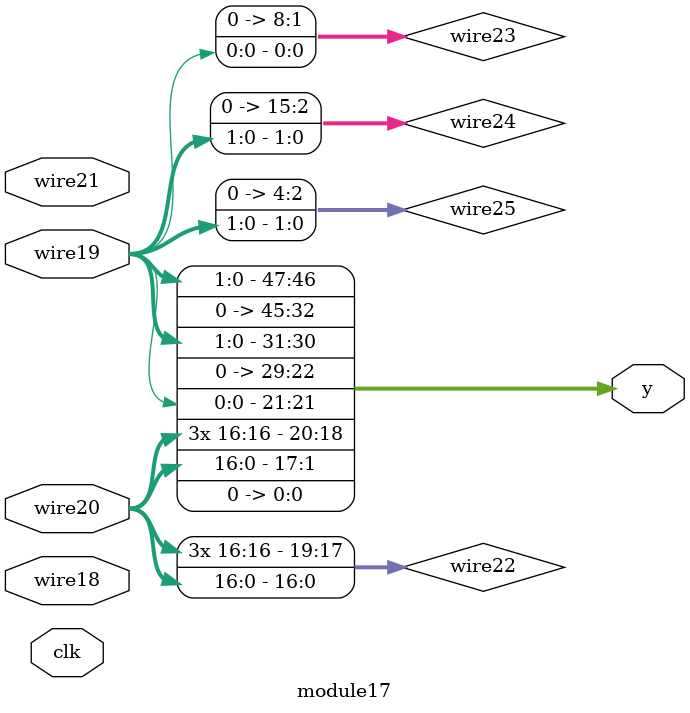
<source format=v>
module top  (y, clk, wire3, wire2, wire1, wire0);
  output wire [(32'h7d):(32'h0)] y;
  input wire [(1'h0):(1'h0)] clk;
  input wire signed [(4'hc):(1'h0)] wire3;
  input wire [(5'h15):(1'h0)] wire2;
  input wire signed [(4'hc):(1'h0)] wire1;
  input wire signed [(3'h7):(1'h0)] wire0;
  wire [(2'h3):(1'h0)] wire214;
  wire [(4'he):(1'h0)] wire212;
  wire signed [(5'h15):(1'h0)] wire5;
  wire [(4'hc):(1'h0)] wire4;
  reg signed [(4'hf):(1'h0)] reg6 = (1'h0);
  reg signed [(5'h13):(1'h0)] reg7 = (1'h0);
  reg [(4'hd):(1'h0)] reg8 = (1'h0);
  reg [(3'h6):(1'h0)] reg9 = (1'h0);
  reg [(5'h15):(1'h0)] reg10 = (1'h0);
  assign y = {wire214,
                 wire212,
                 wire5,
                 wire4,
                 reg6,
                 reg7,
                 reg8,
                 reg9,
                 reg10,
                 (1'h0)};
  assign wire4 = $signed((((~|(^~(8'hbb))) || ($unsigned(wire3) ~^ {(8'ha5)})) && wire0[(3'h5):(1'h0)]));
  assign wire5 = ((wire4[(3'h4):(2'h2)] ?
                         ((~&$signed(wire0)) ?
                             ({(8'ha7),
                                 wire1} >>> (^wire3)) : $unsigned((wire4 < wire3))) : $unsigned(($signed(wire1) ?
                             $signed(wire0) : {(8'hae)}))) ?
                     ({wire1} ?
                         (($unsigned((8'hae)) >= wire0) ?
                             $signed((wire2 ? wire0 : wire2)) : {wire3,
                                 $signed(wire3)}) : ({wire3[(3'h4):(1'h0)],
                             (&wire1)} < $signed($signed(wire2)))) : (-{({wire1} ?
                             $unsigned((8'ha0)) : $signed(wire4)),
                         ($signed(wire2) & $signed(wire1))}));
  always
    @(posedge clk) begin
      if (wire5[(4'hf):(3'h6)])
        begin
          reg6 <= wire2;
        end
      else
        begin
          if ({$unsigned((((wire2 ?
                  (8'ha2) : wire4) || wire3) > ($unsigned(reg6) < wire5)))})
            begin
              reg6 <= $unsigned((8'hb3));
              reg7 <= wire1;
              reg8 <= wire0;
              reg9 <= (wire3[(3'h5):(2'h2)] ?
                  (|$unsigned((-$signed(wire2)))) : (-wire4[(4'hb):(4'h8)]));
              reg10 <= wire5;
            end
          else
            begin
              reg6 <= (^(~$signed(reg7[(4'h8):(2'h3)])));
              reg7 <= ((^wire1[(2'h3):(2'h3)]) ?
                  $signed(reg6[(1'h0):(1'h0)]) : wire4[(4'ha):(1'h0)]);
              reg8 <= (~&$unsigned($signed(({reg8} ?
                  $signed(wire3) : $unsigned((8'ha0))))));
              reg9 <= (+((reg10[(3'h6):(2'h2)] || $signed($unsigned(wire4))) + (&$unsigned((^wire1)))));
            end
        end
    end
  module11 #() modinst213 (.wire12(wire5), .y(wire212), .wire14(reg8), .clk(clk), .wire13(wire2), .wire15(reg6));
  module111 #() modinst215 (.wire112(reg7), .wire115(reg8), .y(wire214), .clk(clk), .wire113(wire3), .wire114(wire5), .wire116(reg10));
endmodule

module module11
#(parameter param211 = {(-(^~(((7'h42) ? (8'ha2) : (8'hac)) ? ((8'hb1) ? (8'ha2) : (8'h9d)) : ((8'hbe) ? (7'h41) : (8'ha9)))))})
(y, clk, wire15, wire14, wire13, wire12);
  output wire [(32'h1ad):(32'h0)] y;
  input wire [(1'h0):(1'h0)] clk;
  input wire signed [(4'hf):(1'h0)] wire15;
  input wire [(4'hd):(1'h0)] wire14;
  input wire [(5'h15):(1'h0)] wire13;
  input wire [(5'h15):(1'h0)] wire12;
  wire [(5'h11):(1'h0)] wire209;
  wire signed [(4'h8):(1'h0)] wire157;
  wire signed [(4'h8):(1'h0)] wire110;
  wire signed [(5'h14):(1'h0)] wire109;
  wire [(5'h15):(1'h0)] wire108;
  wire [(3'h4):(1'h0)] wire107;
  wire signed [(5'h13):(1'h0)] wire106;
  wire signed [(5'h15):(1'h0)] wire104;
  wire signed [(5'h10):(1'h0)] wire40;
  wire [(4'hc):(1'h0)] wire30;
  wire signed [(4'hd):(1'h0)] wire28;
  wire [(5'h10):(1'h0)] wire16;
  wire [(5'h14):(1'h0)] wire159;
  wire signed [(5'h10):(1'h0)] wire160;
  wire signed [(3'h5):(1'h0)] wire204;
  wire [(3'h6):(1'h0)] wire206;
  wire signed [(4'hd):(1'h0)] wire207;
  reg signed [(5'h14):(1'h0)] reg173 = (1'h0);
  reg [(4'hd):(1'h0)] reg172 = (1'h0);
  reg [(2'h3):(1'h0)] reg171 = (1'h0);
  reg signed [(5'h13):(1'h0)] reg170 = (1'h0);
  reg signed [(5'h13):(1'h0)] reg169 = (1'h0);
  reg signed [(5'h10):(1'h0)] reg168 = (1'h0);
  reg [(5'h15):(1'h0)] reg167 = (1'h0);
  reg signed [(4'hf):(1'h0)] reg166 = (1'h0);
  reg [(4'ha):(1'h0)] reg165 = (1'h0);
  reg signed [(5'h15):(1'h0)] reg164 = (1'h0);
  reg [(4'hd):(1'h0)] reg163 = (1'h0);
  reg [(4'hd):(1'h0)] reg162 = (1'h0);
  reg signed [(4'ha):(1'h0)] reg161 = (1'h0);
  assign y = {wire209,
                 wire157,
                 wire110,
                 wire109,
                 wire108,
                 wire107,
                 wire106,
                 wire104,
                 wire40,
                 wire30,
                 wire28,
                 wire16,
                 wire159,
                 wire160,
                 wire204,
                 wire206,
                 wire207,
                 reg173,
                 reg172,
                 reg171,
                 reg170,
                 reg169,
                 reg168,
                 reg167,
                 reg166,
                 reg165,
                 reg164,
                 reg163,
                 reg162,
                 reg161,
                 (1'h0)};
  assign wire16 = {wire12,
                      (wire13[(4'hd):(4'hb)] ?
                          ($signed(wire14[(2'h3):(1'h0)]) > $unsigned((wire15 + wire14))) : wire13)};
  module17 #() modinst29 (.wire19(wire14), .clk(clk), .wire20(wire16), .wire18(wire12), .wire21(wire15), .y(wire28));
  assign wire30 = ($signed($unsigned(wire16[(4'hd):(1'h0)])) >> $signed({wire13[(1'h1):(1'h0)],
                      $unsigned((&wire16))}));
  module31 #() modinst41 (.y(wire40), .wire35(wire14), .clk(clk), .wire33(wire12), .wire34(wire28), .wire32(wire13));
  module42 #() modinst105 (.wire46(wire16), .wire43(wire14), .wire44(wire30), .wire45(wire15), .y(wire104), .clk(clk));
  assign wire106 = ((wire104 ?
                       $unsigned(wire104[(3'h5):(3'h4)]) : $signed((+$signed((7'h44))))) && {({((7'h42) ?
                               wire104 : wire30),
                           $signed(wire16)} || ({(7'h43), wire15} ?
                           {wire40, wire40} : (wire104 & wire104)))});
  assign wire107 = $signed((((((8'had) ?
                               wire106 : wire28) <= ((8'h9f) * wire12)) ?
                           ($unsigned(wire16) <= $unsigned(wire28)) : ({wire14} > (8'ha7))) ?
                       wire16[(4'hd):(3'h4)] : wire13));
  assign wire108 = wire106[(5'h13):(4'ha)];
  assign wire109 = $unsigned({({wire28, wire14[(3'h7):(1'h0)]} ?
                           {(wire28 | wire13),
                               $signed(wire30)} : $signed(wire14[(2'h2):(2'h2)]))});
  assign wire110 = ($unsigned(wire28[(3'h7):(3'h4)]) < (-{$unsigned((wire106 ?
                           (8'hbd) : wire104))}));
  module111 #() modinst158 (wire157, clk, wire108, wire14, wire104, wire110, wire30);
  assign wire159 = $signed(((8'hac) ?
                       (^~(wire110 * (wire104 & (8'hb0)))) : ((8'hb6) ?
                           ($signed(wire28) ^~ wire15[(1'h1):(1'h0)]) : $signed((wire13 ?
                               (8'ha2) : wire104)))));
  assign wire160 = ($signed(($signed((~^wire104)) ?
                           {{wire106}, (wire30 >> wire107)} : (^~(wire14 ?
                               wire15 : wire159)))) ?
                       $unsigned(wire104) : wire16[(1'h0):(1'h0)]);
  always
    @(posedge clk) begin
      if (wire104)
        begin
          if (wire159)
            begin
              reg161 <= $unsigned((^~$unsigned((-$signed(wire109)))));
              reg162 <= {$unsigned((+$unsigned((~^wire106)))), wire14};
            end
          else
            begin
              reg161 <= $unsigned(wire110[(3'h6):(1'h0)]);
              reg162 <= $unsigned((($unsigned($signed((7'h42))) * (reg161 ?
                      (~^wire15) : (&wire15))) ?
                  ($unsigned((wire106 ? wire157 : wire15)) ?
                      $signed(wire12) : $unsigned((wire108 ?
                          wire107 : wire159))) : wire30));
              reg163 <= wire159;
            end
          reg164 <= reg161[(3'h7):(1'h1)];
          reg165 <= $unsigned($unsigned($unsigned(($unsigned(reg164) >> $unsigned(wire107)))));
          reg166 <= (wire12[(5'h11):(3'h4)] ?
              (wire108 ?
                  ((wire108 && wire16) ?
                      wire15[(3'h4):(1'h0)] : $unsigned((wire13 >>> wire159))) : reg164) : (((!$signed(reg163)) | {{wire14},
                      ((8'ha9) + (7'h43))}) ?
                  $unsigned({(&(8'hb6)), (-wire13)}) : $signed(reg161)));
        end
      else
        begin
          reg161 <= wire107[(2'h3):(2'h2)];
          reg162 <= $unsigned((8'hb4));
          reg163 <= wire14[(3'h5):(2'h2)];
          if ($signed(reg166[(2'h3):(2'h2)]))
            begin
              reg164 <= reg164[(3'h4):(3'h4)];
              reg165 <= wire157;
            end
          else
            begin
              reg164 <= (wire157[(3'h5):(2'h2)] ~^ {(reg165 ?
                      wire104[(3'h7):(3'h7)] : $unsigned(wire13)),
                  $signed(($unsigned((8'hbf)) ?
                      wire16[(3'h4):(3'h4)] : reg164))});
              reg165 <= (|{reg162, $unsigned({(wire15 ? (8'ha8) : reg161)})});
              reg166 <= {(^({(!(8'hb3)), ((8'had) * wire159)} ?
                      $signed((~^reg161)) : (reg163[(3'h4):(2'h3)] <= (+wire15)))),
                  reg161};
              reg167 <= (($unsigned({reg163}) ?
                  reg161[(1'h1):(1'h0)] : (&(wire104 <= {(8'hb8),
                      reg162}))) + $signed((~($unsigned((8'h9e)) ^~ wire108[(3'h7):(1'h0)]))));
            end
        end
      reg168 <= wire157;
      if ((wire14[(4'hc):(4'hc)] >> wire107))
        begin
          if (((({wire104, $signed(wire12)} ?
                  ((wire15 ? (8'hb3) : wire30) ?
                      wire108[(4'ha):(3'h7)] : (~wire157)) : ($signed(reg164) ?
                      (8'hae) : $unsigned(reg167))) ?
              (|(!(wire160 ? (8'ha2) : wire14))) : ({(~|wire28),
                  (^wire30)} == {(~&wire160),
                  wire159})) ~^ $signed($unsigned((&$signed(wire107))))))
            begin
              reg169 <= ((((wire40 ^ $unsigned(reg168)) * $signed($signed(wire16))) << $unsigned((~&$unsigned(wire110)))) != {(!reg162)});
            end
          else
            begin
              reg169 <= (((^(+$signed(wire104))) - {((reg163 >>> (8'hab)) == (^~wire108)),
                      {(-wire28), (&wire40)}}) ?
                  reg164 : $unsigned($unsigned($signed((~|wire13)))));
              reg170 <= (!{(~^{(&wire12)})});
            end
          reg171 <= wire104;
          reg172 <= ((wire106 <<< (~^{(wire157 ?
                  wire109 : wire13)})) + (!wire13));
          reg173 <= {(&$unsigned($unsigned(reg169))), (^~$unsigned(reg163))};
        end
      else
        begin
          reg169 <= (!((wire30 ? wire110 : $unsigned((8'ha5))) ?
              ((wire40[(4'he):(4'hc)] ?
                  wire30 : $signed(reg161)) | $unsigned($signed((8'ha5)))) : reg167[(3'h7):(2'h2)]));
          reg170 <= (^~{(^((^~(8'hbe)) ?
                  (reg169 ? wire14 : (7'h42)) : (^wire12))),
              (~((reg163 ? wire109 : (7'h44)) ?
                  {wire40, (8'ha6)} : reg162[(2'h3):(2'h2)]))});
          reg171 <= wire104[(4'h9):(3'h6)];
          reg172 <= reg171[(1'h1):(1'h0)];
          reg173 <= (((~reg163[(4'ha):(4'h9)]) ?
              $unsigned($signed(wire109[(3'h5):(3'h5)])) : (reg163 || $signed(reg164[(3'h5):(2'h2)]))) == wire110[(3'h5):(3'h5)]);
        end
    end
  module174 #() modinst205 (wire204, clk, reg170, wire159, wire15, reg165, reg169);
  assign wire206 = wire204;
  module42 #() modinst208 (.y(wire207), .wire44(wire108), .clk(clk), .wire43(wire204), .wire45(wire30), .wire46(reg170));
  module31 #() modinst210 (.y(wire209), .wire34(reg162), .wire35(wire13), .wire33(reg164), .clk(clk), .wire32(wire28));
endmodule

module module174
#(parameter param203 = ((|{(^((8'hba) ~^ (8'ha6)))}) ~^ (((8'hb9) != ((~^(8'ha2)) ? {(8'hb7), (8'hb1)} : ((8'hab) ? (7'h44) : (7'h41)))) ? ((-(|(8'hb5))) != ((8'ha5) ? {(8'ha1), (8'hb0)} : ((8'hae) ? (8'ha7) : (8'h9d)))) : {(((8'ha5) != (7'h44)) ~^ (&(8'h9d)))})))
(y, clk, wire179, wire178, wire177, wire176, wire175);
  output wire [(32'hda):(32'h0)] y;
  input wire [(1'h0):(1'h0)] clk;
  input wire signed [(5'h13):(1'h0)] wire179;
  input wire signed [(5'h14):(1'h0)] wire178;
  input wire [(4'hf):(1'h0)] wire177;
  input wire [(4'ha):(1'h0)] wire176;
  input wire [(3'h5):(1'h0)] wire175;
  wire signed [(3'h7):(1'h0)] wire202;
  wire [(4'hf):(1'h0)] wire201;
  wire signed [(2'h2):(1'h0)] wire200;
  wire [(4'hd):(1'h0)] wire199;
  wire signed [(3'h6):(1'h0)] wire198;
  wire [(2'h2):(1'h0)] wire181;
  wire [(5'h15):(1'h0)] wire180;
  reg [(4'h8):(1'h0)] reg197 = (1'h0);
  reg signed [(4'hc):(1'h0)] reg196 = (1'h0);
  reg [(5'h10):(1'h0)] reg195 = (1'h0);
  reg signed [(4'hc):(1'h0)] reg194 = (1'h0);
  reg [(4'h9):(1'h0)] reg193 = (1'h0);
  reg signed [(2'h2):(1'h0)] reg192 = (1'h0);
  reg signed [(3'h4):(1'h0)] reg191 = (1'h0);
  reg signed [(4'hf):(1'h0)] reg190 = (1'h0);
  reg signed [(4'hc):(1'h0)] reg189 = (1'h0);
  reg [(4'h9):(1'h0)] reg188 = (1'h0);
  reg signed [(3'h5):(1'h0)] reg187 = (1'h0);
  reg signed [(4'h8):(1'h0)] reg186 = (1'h0);
  reg [(3'h5):(1'h0)] reg185 = (1'h0);
  reg signed [(4'h8):(1'h0)] reg184 = (1'h0);
  reg [(5'h12):(1'h0)] reg183 = (1'h0);
  reg [(4'h8):(1'h0)] reg182 = (1'h0);
  assign y = {wire202,
                 wire201,
                 wire200,
                 wire199,
                 wire198,
                 wire181,
                 wire180,
                 reg197,
                 reg196,
                 reg195,
                 reg194,
                 reg193,
                 reg192,
                 reg191,
                 reg190,
                 reg189,
                 reg188,
                 reg187,
                 reg186,
                 reg185,
                 reg184,
                 reg183,
                 reg182,
                 (1'h0)};
  assign wire180 = wire176[(3'h6):(1'h0)];
  assign wire181 = {$unsigned((&($unsigned(wire177) << (7'h44))))};
  always
    @(posedge clk) begin
      if ((^(({{wire176}} * wire177) + wire177)))
        begin
          if (wire176)
            begin
              reg182 <= ($signed(((|(~^wire176)) * (^$unsigned(wire179)))) ^~ wire180[(4'hd):(3'h7)]);
              reg183 <= (!{((~|(8'ha3)) > {{(7'h41), wire176}})});
              reg184 <= wire176;
            end
          else
            begin
              reg182 <= wire175[(3'h5):(2'h3)];
              reg183 <= wire180;
              reg184 <= $unsigned(wire179);
            end
          if ((8'h9e))
            begin
              reg185 <= ((^~wire178[(2'h2):(1'h0)]) ?
                  (($signed({reg183}) >>> (wire178 ?
                          reg184 : $signed(wire177))) ?
                      ($signed((^~reg182)) ?
                          ((+wire176) == (wire179 ?
                              reg182 : wire178)) : $signed(wire181[(1'h0):(1'h0)])) : ($signed($unsigned(wire181)) ?
                          $unsigned(((8'hbf) >= (8'hb7))) : {(wire180 >> wire177)})) : wire177[(1'h1):(1'h1)]);
              reg186 <= $unsigned(wire175[(2'h3):(2'h3)]);
              reg187 <= ($unsigned($signed((8'hbf))) ?
                  ((!$signed(((8'hb3) ? wire178 : wire176))) ?
                      ((~&$unsigned(reg186)) ?
                          ((~|(8'ha4)) ^~ $unsigned(wire180)) : (!wire179[(2'h2):(1'h0)])) : {(reg184 < (~^reg186)),
                          (^~reg182)}) : $signed((-((wire179 ?
                      wire180 : wire180) >> (~|(8'ha0))))));
            end
          else
            begin
              reg185 <= $signed((~&{$unsigned(reg184)}));
              reg186 <= wire181;
            end
          reg188 <= ($signed((reg184 != wire178)) ? wire178 : (8'h9e));
          reg189 <= {(|$signed(((wire175 + (7'h43)) ?
                  (~^reg185) : (wire175 | reg182))))};
        end
      else
        begin
          reg182 <= (({((|reg184) ? {wire180, reg182} : $signed(wire180))} ?
                  (wire177[(3'h6):(3'h4)] * $signed(reg188[(1'h1):(1'h1)])) : ((reg189 - (8'hab)) ?
                      (^(~^reg184)) : $signed((wire181 ? wire175 : reg187)))) ?
              {wire180[(5'h10):(4'ha)]} : $unsigned($unsigned((wire178 >= $signed(wire179)))));
          reg183 <= reg184[(1'h0):(1'h0)];
          if ($signed((-(((~|reg183) <<< (reg187 || wire177)) ?
              wire175 : (-(wire178 ? wire179 : (8'hb2)))))))
            begin
              reg184 <= (reg182 ?
                  $unsigned($unsigned(wire178)) : {$unsigned(reg186[(3'h4):(1'h0)])});
              reg185 <= (~($unsigned((&{reg184})) ^ wire175[(3'h4):(1'h0)]));
              reg186 <= wire176;
              reg187 <= $unsigned($unsigned(wire179[(4'h8):(3'h7)]));
            end
          else
            begin
              reg184 <= (~((~^(reg182 ?
                      wire177 : (wire176 ? (8'ha9) : wire179))) ?
                  {((reg182 || wire180) >> (wire177 ?
                          reg184 : wire179))} : $unsigned(wire176[(3'h6):(1'h1)])));
              reg185 <= $unsigned($unsigned((((reg183 << reg188) ?
                      $signed(wire181) : reg185[(2'h3):(1'h1)]) ?
                  (&wire175[(3'h4):(1'h1)]) : $signed((reg187 && reg185)))));
              reg186 <= (~|$signed($signed(reg185[(2'h2):(2'h2)])));
              reg187 <= wire181;
              reg188 <= reg183;
            end
        end
      reg190 <= (|((reg189 ?
          ($signed(reg182) >>> $unsigned(reg187)) : (reg182[(1'h1):(1'h0)] ?
              (~|wire177) : $signed((8'hb8)))) + $unsigned((-wire178))));
      reg191 <= {wire176[(1'h1):(1'h1)], reg184[(1'h0):(1'h0)]};
      if (wire179)
        begin
          reg192 <= $unsigned((~&$signed((reg183 >> (wire177 ?
              (8'hbc) : wire175)))));
          reg193 <= (8'ha9);
          reg194 <= reg190[(4'h9):(4'h8)];
          reg195 <= (^~$signed((reg184[(1'h1):(1'h1)] ?
              ((^~reg187) - reg193) : $unsigned(wire181[(2'h2):(1'h0)]))));
          reg196 <= (reg184[(1'h0):(1'h0)] >>> ($unsigned(($signed(reg186) ?
              reg194 : (~reg187))) <<< (|(|wire176[(4'h9):(4'h8)]))));
        end
      else
        begin
          reg192 <= (reg194 ?
              $unsigned(($unsigned($unsigned(wire178)) <= reg185)) : (&$unsigned({{wire175}})));
          reg193 <= $signed((reg191[(1'h0):(1'h0)] ^ $unsigned(reg192)));
          reg194 <= {(-({$unsigned(reg187), (reg184 ? reg193 : reg187)} ?
                  ((&reg182) * reg194[(4'h9):(1'h1)]) : (~&(8'ha9)))),
              (|$unsigned(($unsigned(wire179) < wire177[(4'h8):(1'h0)])))};
        end
      reg197 <= wire176;
    end
  assign wire198 = {({reg197[(3'h7):(3'h4)]} & reg192[(1'h0):(1'h0)])};
  assign wire199 = $signed((~|{(+((7'h44) ^~ wire175)), reg190}));
  assign wire200 = wire178[(3'h7):(3'h6)];
  assign wire201 = reg193[(3'h5):(2'h3)];
  assign wire202 = $signed(((($unsigned(reg191) ?
                           wire200 : $unsigned((8'hbf))) != (((8'hbc) > wire176) >= ((8'hab) ^ reg185))) ?
                       wire176[(4'h8):(3'h6)] : (~|((wire201 ?
                               reg185 : (8'ha2)) ?
                           (^~reg188) : {(8'hb6)}))));
endmodule

module module111
#(parameter param156 = {(~^((((8'hae) >>> (8'hbd)) ~^ ((8'haa) ? (8'ha0) : (8'hbe))) <<< {(-(8'h9c)), {(8'ha7), (7'h44)}}))})
(y, clk, wire116, wire115, wire114, wire113, wire112);
  output wire [(32'h158):(32'h0)] y;
  input wire [(1'h0):(1'h0)] clk;
  input wire [(3'h4):(1'h0)] wire116;
  input wire signed [(4'hd):(1'h0)] wire115;
  input wire signed [(3'h7):(1'h0)] wire114;
  input wire signed [(2'h2):(1'h0)] wire113;
  input wire signed [(4'ha):(1'h0)] wire112;
  wire [(3'h5):(1'h0)] wire141;
  wire signed [(5'h14):(1'h0)] wire140;
  wire signed [(5'h10):(1'h0)] wire139;
  wire [(4'hc):(1'h0)] wire138;
  wire signed [(5'h10):(1'h0)] wire137;
  wire [(4'he):(1'h0)] wire136;
  wire signed [(4'ha):(1'h0)] wire133;
  wire signed [(2'h2):(1'h0)] wire132;
  wire [(4'ha):(1'h0)] wire128;
  wire [(5'h11):(1'h0)] wire127;
  wire [(2'h2):(1'h0)] wire126;
  wire [(4'hf):(1'h0)] wire125;
  wire [(3'h7):(1'h0)] wire124;
  wire signed [(3'h5):(1'h0)] wire123;
  wire signed [(3'h5):(1'h0)] wire119;
  wire signed [(4'hb):(1'h0)] wire118;
  wire signed [(3'h4):(1'h0)] wire117;
  reg signed [(3'h5):(1'h0)] reg155 = (1'h0);
  reg [(4'hc):(1'h0)] reg154 = (1'h0);
  reg [(4'h9):(1'h0)] reg153 = (1'h0);
  reg signed [(4'he):(1'h0)] reg152 = (1'h0);
  reg [(4'hb):(1'h0)] reg151 = (1'h0);
  reg [(3'h5):(1'h0)] reg150 = (1'h0);
  reg signed [(3'h4):(1'h0)] reg149 = (1'h0);
  reg [(3'h7):(1'h0)] reg148 = (1'h0);
  reg [(3'h5):(1'h0)] reg147 = (1'h0);
  reg signed [(3'h6):(1'h0)] reg146 = (1'h0);
  reg signed [(4'hf):(1'h0)] reg145 = (1'h0);
  reg [(5'h10):(1'h0)] reg144 = (1'h0);
  reg [(3'h5):(1'h0)] reg143 = (1'h0);
  reg signed [(3'h7):(1'h0)] reg142 = (1'h0);
  reg signed [(4'hc):(1'h0)] reg135 = (1'h0);
  reg signed [(4'hb):(1'h0)] reg134 = (1'h0);
  reg [(3'h5):(1'h0)] reg131 = (1'h0);
  reg [(3'h7):(1'h0)] reg130 = (1'h0);
  reg [(3'h7):(1'h0)] reg129 = (1'h0);
  reg signed [(2'h3):(1'h0)] reg122 = (1'h0);
  reg [(3'h4):(1'h0)] reg121 = (1'h0);
  reg [(2'h2):(1'h0)] reg120 = (1'h0);
  assign y = {wire141,
                 wire140,
                 wire139,
                 wire138,
                 wire137,
                 wire136,
                 wire133,
                 wire132,
                 wire128,
                 wire127,
                 wire126,
                 wire125,
                 wire124,
                 wire123,
                 wire119,
                 wire118,
                 wire117,
                 reg155,
                 reg154,
                 reg153,
                 reg152,
                 reg151,
                 reg150,
                 reg149,
                 reg148,
                 reg147,
                 reg146,
                 reg145,
                 reg144,
                 reg143,
                 reg142,
                 reg135,
                 reg134,
                 reg131,
                 reg130,
                 reg129,
                 reg122,
                 reg121,
                 reg120,
                 (1'h0)};
  assign wire117 = ({$unsigned($signed($unsigned(wire114)))} || ($unsigned($signed(wire113)) ?
                       (^~$signed((wire113 ~^ (8'hac)))) : (8'hbc)));
  assign wire118 = wire117;
  assign wire119 = wire117[(2'h3):(1'h0)];
  always
    @(posedge clk) begin
      if ($unsigned({wire115[(4'hb):(3'h4)], $signed((^~{wire112, wire119}))}))
        begin
          reg120 <= wire115;
          reg121 <= (~&wire114[(3'h7):(1'h0)]);
        end
      else
        begin
          reg120 <= wire113[(2'h2):(1'h0)];
          reg121 <= wire117[(1'h1):(1'h1)];
          reg122 <= $unsigned($signed((-($signed(wire112) ?
              $signed(wire118) : reg120[(2'h2):(2'h2)]))));
        end
    end
  assign wire123 = $unsigned({$unsigned((~&$unsigned(wire116))),
                       $signed((+$signed(wire119)))});
  assign wire124 = (|reg122[(1'h0):(1'h0)]);
  assign wire125 = {$signed((($signed(wire116) | (^~(8'hb0))) ?
                           ($unsigned(reg121) ^~ (wire123 ?
                               (8'hb2) : reg122)) : $unsigned((wire119 ?
                               (8'hae) : reg122)))),
                       wire113[(1'h0):(1'h0)]};
  assign wire126 = $signed({((wire113 ?
                           (8'h9c) : (wire124 ?
                               (8'hab) : wire114)) != {(wire115 ?
                               reg120 : reg122)})});
  assign wire127 = {(&(^wire113))};
  assign wire128 = wire123[(1'h0):(1'h0)];
  always
    @(posedge clk) begin
      reg129 <= (-(&$signed(($signed(reg120) ?
          (~wire124) : ((8'hbb) - (8'ha2))))));
      reg130 <= (-((&((~reg129) ^ (wire116 != (8'had)))) & (8'h9c)));
      reg131 <= {$unsigned(wire113[(1'h1):(1'h0)])};
    end
  assign wire132 = ((($signed($signed((8'hbf))) ^ reg122[(2'h2):(1'h0)]) & {(wire119[(2'h3):(2'h3)] != ((7'h43) ?
                               reg121 : wire124))}) ?
                       (wire118 ?
                           (wire116 < (+wire118)) : ($unsigned((&(8'hbe))) ?
                               wire117 : reg121)) : {{((reg120 ?
                                       wire127 : (8'hbf)) ?
                                   (&reg122) : (reg129 > wire115))},
                           (8'hb9)});
  assign wire133 = (wire118 ?
                       (wire112 ?
                           (~^((~reg131) != (reg120 ?
                               wire119 : wire119))) : reg130) : $signed((+(^$signed(reg120)))));
  always
    @(posedge clk) begin
      reg134 <= $signed((8'hbc));
      reg135 <= reg130;
    end
  assign wire136 = (wire118[(4'hb):(4'hb)] >> $signed((wire128[(4'h9):(3'h6)] ?
                       ($signed(wire117) ?
                           {wire132, wire114} : {wire119,
                               reg134}) : $signed($unsigned((7'h42))))));
  assign wire137 = (~^$unsigned((wire115 << $unsigned(reg121))));
  assign wire138 = {((+((wire113 <= wire133) || (8'ha1))) ?
                           (~&(reg134[(4'hb):(3'h6)] + (wire117 != wire113))) : {($unsigned(wire125) <<< (wire115 >> reg122))}),
                       (~^($signed(wire133) ^ ($unsigned(wire117) && wire136)))};
  assign wire139 = ((($signed(((8'hab) ?
                           reg122 : wire113)) << $unsigned(wire116[(2'h2):(2'h2)])) ?
                       reg129[(3'h5):(2'h2)] : wire116[(1'h0):(1'h0)]) <<< wire133[(3'h5):(1'h1)]);
  assign wire140 = $signed((wire138[(4'h8):(3'h6)] || wire116));
  assign wire141 = $unsigned(wire136);
  always
    @(posedge clk) begin
      if ($unsigned($signed((~|(~^(-wire138))))))
        begin
          reg142 <= ((($unsigned($signed(reg120)) ?
                      ($unsigned(reg121) == $unsigned(wire139)) : wire136) ?
                  $unsigned((^reg129)) : (wire113[(1'h0):(1'h0)] ~^ ($signed(wire128) - wire118[(1'h1):(1'h0)]))) ?
              ((wire123[(2'h3):(2'h3)] ?
                      $unsigned((wire140 == wire113)) : wire139[(4'h8):(3'h6)]) ?
                  $signed($signed($unsigned(wire126))) : wire112) : {((wire138 ?
                          (wire125 ? reg121 : wire132) : (reg129 & wire113)) ?
                      {(^~reg134)} : wire119),
                  wire126[(1'h1):(1'h1)]});
          reg143 <= wire139[(2'h3):(2'h3)];
          reg144 <= ((reg135[(1'h1):(1'h1)] ?
                  $signed($signed(wire127[(4'hf):(1'h0)])) : wire133[(2'h3):(1'h0)]) ?
              (+(8'h9e)) : (~&wire136));
          if ((wire113[(2'h2):(1'h1)] ?
              ((+$signed((8'hb7))) ? reg143 : wire140) : {$unsigned({(+wire126),
                      $unsigned((8'hb8))})}))
            begin
              reg145 <= {{$unsigned($unsigned(wire133[(4'h9):(1'h1)])),
                      (~^$unsigned((wire118 ? reg144 : reg130)))},
                  ((wire125[(4'h9):(3'h5)] | (^$unsigned(wire132))) ^~ $unsigned($unsigned((8'hae))))};
              reg146 <= (($unsigned($unsigned((-reg134))) || wire125) ?
                  {$unsigned($signed((7'h44)))} : (((|(reg134 >= wire140)) ?
                      $signed(((8'hae) | wire125)) : $signed(((8'hb1) ?
                          wire140 : wire113))) == wire116));
              reg147 <= wire119;
              reg148 <= reg120[(2'h2):(1'h0)];
              reg149 <= $signed($unsigned($signed($unsigned(reg129))));
            end
          else
            begin
              reg145 <= (wire113[(1'h1):(1'h0)] ?
                  reg134[(3'h6):(1'h1)] : $unsigned(reg122));
              reg146 <= $unsigned((+$signed(reg134[(2'h2):(1'h1)])));
              reg147 <= (^{(wire117[(2'h3):(1'h0)] >>> (wire126[(1'h0):(1'h0)] && reg120))});
            end
          reg150 <= (wire116[(1'h0):(1'h0)] ?
              $signed($signed({wire125})) : reg149);
        end
      else
        begin
          if ({reg130})
            begin
              reg142 <= $unsigned(reg147);
              reg143 <= (8'ha8);
              reg144 <= $unsigned((~^wire119));
            end
          else
            begin
              reg142 <= $signed((!reg146[(2'h3):(2'h3)]));
              reg143 <= (~$unsigned((wire140[(3'h7):(2'h3)] ?
                  (8'haf) : (wire137[(3'h7):(1'h0)] ? {reg146} : reg131))));
              reg144 <= $signed(reg122);
            end
          reg145 <= (((~&(~$signed(reg149))) << $signed(($signed(reg146) ?
              (reg134 && (8'hac)) : wire141))) && wire119);
          reg146 <= $signed(($signed((8'h9d)) ?
              ($unsigned($unsigned(wire128)) ?
                  (reg145[(4'hc):(4'ha)] && (reg149 ?
                      reg147 : wire112)) : (8'h9f)) : wire133[(3'h6):(3'h4)]));
          if (wire118[(4'h9):(2'h2)])
            begin
              reg147 <= reg144[(4'h9):(3'h7)];
            end
          else
            begin
              reg147 <= $signed(reg131[(2'h3):(2'h2)]);
              reg148 <= $signed(reg122[(1'h1):(1'h0)]);
              reg149 <= ($unsigned(wire139[(4'ha):(3'h6)]) ?
                  $unsigned($unsigned(({reg145,
                      reg148} ^ reg120[(1'h1):(1'h0)]))) : reg134[(4'ha):(4'h9)]);
              reg150 <= reg130[(3'h6):(2'h3)];
              reg151 <= $unsigned($unsigned($signed($unsigned(wire115[(3'h6):(3'h6)]))));
            end
        end
      reg152 <= {(wire118 ?
              $unsigned((&((8'hb4) ? reg146 : reg135))) : (($unsigned(wire117) ?
                      wire140 : (+wire114)) ?
                  $unsigned(((8'hab) << (8'h9c))) : (+(wire112 ?
                      wire132 : wire123)))),
          wire128};
      reg153 <= ((wire119[(1'h1):(1'h0)] ?
              {$unsigned((reg120 ? reg151 : reg144)),
                  wire117} : $unsigned($unsigned((reg134 ?
                  (8'ha6) : reg122)))) ?
          reg122[(2'h2):(1'h1)] : (7'h43));
      reg154 <= wire113[(2'h2):(2'h2)];
      reg155 <= (reg144[(2'h2):(1'h1)] || $signed((^~($unsigned(reg151) < wire133))));
    end
endmodule

module module42
#(parameter param103 = ((|((7'h40) ? (((8'had) - (8'h9e)) ? (~&(8'hb0)) : (~^(7'h43))) : (~^((8'hb4) ? (8'hbe) : (8'hbf))))) ? (((((8'hb3) < (8'hb1)) == (8'hbc)) >> ((!(7'h44)) ? (~&(8'hb7)) : ((8'ha5) ? (8'hb5) : (8'ha9)))) > ({((7'h41) ? (8'hbb) : (7'h43))} ^~ {(&(8'hbb))})) : (~&(~&(((8'ha5) != (8'hac)) << (-(8'hb2)))))))
(y, clk, wire46, wire45, wire44, wire43);
  output wire [(32'h293):(32'h0)] y;
  input wire [(1'h0):(1'h0)] clk;
  input wire [(3'h7):(1'h0)] wire46;
  input wire [(4'h8):(1'h0)] wire45;
  input wire signed [(4'hc):(1'h0)] wire44;
  input wire [(3'h5):(1'h0)] wire43;
  wire [(4'h9):(1'h0)] wire99;
  wire [(5'h12):(1'h0)] wire98;
  wire [(3'h7):(1'h0)] wire97;
  wire [(3'h5):(1'h0)] wire96;
  wire [(5'h13):(1'h0)] wire95;
  wire [(5'h11):(1'h0)] wire92;
  wire signed [(5'h13):(1'h0)] wire91;
  wire signed [(4'hd):(1'h0)] wire90;
  wire signed [(5'h11):(1'h0)] wire63;
  wire signed [(4'hf):(1'h0)] wire62;
  wire signed [(5'h11):(1'h0)] wire61;
  wire signed [(4'hc):(1'h0)] wire47;
  reg [(4'hd):(1'h0)] reg102 = (1'h0);
  reg signed [(4'hd):(1'h0)] reg101 = (1'h0);
  reg signed [(4'he):(1'h0)] reg100 = (1'h0);
  reg [(4'he):(1'h0)] reg94 = (1'h0);
  reg signed [(4'h8):(1'h0)] reg93 = (1'h0);
  reg [(5'h13):(1'h0)] reg89 = (1'h0);
  reg [(5'h11):(1'h0)] reg88 = (1'h0);
  reg [(4'hc):(1'h0)] reg87 = (1'h0);
  reg [(5'h12):(1'h0)] reg86 = (1'h0);
  reg [(5'h10):(1'h0)] reg85 = (1'h0);
  reg signed [(4'h8):(1'h0)] reg84 = (1'h0);
  reg [(5'h12):(1'h0)] reg83 = (1'h0);
  reg signed [(2'h3):(1'h0)] reg82 = (1'h0);
  reg signed [(4'h9):(1'h0)] reg81 = (1'h0);
  reg [(3'h7):(1'h0)] reg80 = (1'h0);
  reg [(3'h7):(1'h0)] reg79 = (1'h0);
  reg [(5'h14):(1'h0)] reg78 = (1'h0);
  reg signed [(3'h6):(1'h0)] reg77 = (1'h0);
  reg signed [(3'h7):(1'h0)] reg76 = (1'h0);
  reg signed [(4'hb):(1'h0)] reg75 = (1'h0);
  reg signed [(4'hb):(1'h0)] reg74 = (1'h0);
  reg [(4'hd):(1'h0)] reg73 = (1'h0);
  reg [(3'h5):(1'h0)] reg72 = (1'h0);
  reg signed [(5'h15):(1'h0)] reg71 = (1'h0);
  reg [(3'h5):(1'h0)] reg70 = (1'h0);
  reg [(5'h10):(1'h0)] reg69 = (1'h0);
  reg [(4'hc):(1'h0)] reg68 = (1'h0);
  reg signed [(4'hc):(1'h0)] reg67 = (1'h0);
  reg [(4'h9):(1'h0)] reg66 = (1'h0);
  reg [(5'h13):(1'h0)] reg65 = (1'h0);
  reg signed [(3'h5):(1'h0)] reg64 = (1'h0);
  reg [(2'h2):(1'h0)] reg60 = (1'h0);
  reg signed [(4'hd):(1'h0)] reg59 = (1'h0);
  reg signed [(4'hb):(1'h0)] reg58 = (1'h0);
  reg signed [(3'h5):(1'h0)] reg57 = (1'h0);
  reg [(5'h10):(1'h0)] reg56 = (1'h0);
  reg [(3'h6):(1'h0)] reg55 = (1'h0);
  reg [(3'h6):(1'h0)] reg54 = (1'h0);
  reg signed [(4'hb):(1'h0)] reg53 = (1'h0);
  reg [(4'hc):(1'h0)] reg52 = (1'h0);
  reg [(4'ha):(1'h0)] reg51 = (1'h0);
  reg [(3'h5):(1'h0)] reg50 = (1'h0);
  reg signed [(5'h14):(1'h0)] reg49 = (1'h0);
  reg [(3'h5):(1'h0)] reg48 = (1'h0);
  assign y = {wire99,
                 wire98,
                 wire97,
                 wire96,
                 wire95,
                 wire92,
                 wire91,
                 wire90,
                 wire63,
                 wire62,
                 wire61,
                 wire47,
                 reg102,
                 reg101,
                 reg100,
                 reg94,
                 reg93,
                 reg89,
                 reg88,
                 reg87,
                 reg86,
                 reg85,
                 reg84,
                 reg83,
                 reg82,
                 reg81,
                 reg80,
                 reg79,
                 reg78,
                 reg77,
                 reg76,
                 reg75,
                 reg74,
                 reg73,
                 reg72,
                 reg71,
                 reg70,
                 reg69,
                 reg68,
                 reg67,
                 reg66,
                 reg65,
                 reg64,
                 reg60,
                 reg59,
                 reg58,
                 reg57,
                 reg56,
                 reg55,
                 reg54,
                 reg53,
                 reg52,
                 reg51,
                 reg50,
                 reg49,
                 reg48,
                 (1'h0)};
  assign wire47 = wire45[(2'h2):(1'h0)];
  always
    @(posedge clk) begin
      reg48 <= (8'hbe);
      reg49 <= {(wire43 ?
              $signed(wire47[(3'h7):(1'h1)]) : $unsigned($unsigned($signed(reg48))))};
    end
  always
    @(posedge clk) begin
      reg50 <= $unsigned((^((|$unsigned(reg48)) ?
          ((wire45 ? reg49 : wire44) <= $signed(wire47)) : wire44)));
    end
  always
    @(posedge clk) begin
      reg51 <= {((reg48 ?
              ((&reg49) ~^ reg48[(2'h2):(2'h2)]) : $unsigned({wire45})) & (((!wire47) ?
              ((7'h43) - reg48) : (reg50 ?
                  (8'hb8) : wire43)) == ($unsigned(reg50) ?
              $signed(reg48) : (wire45 ? wire44 : wire43))))};
      if ((reg49 ? reg51 : (^~wire43[(3'h4):(3'h4)])))
        begin
          reg52 <= $signed(({($signed(wire44) ?
                  (+wire43) : {wire43, wire45})} > (wire43[(1'h0):(1'h0)] ?
              (~(reg49 != (8'hb3))) : $unsigned((wire46 ? wire43 : reg49)))));
          reg53 <= (($signed($signed($unsigned((8'h9c)))) == reg51) ?
              $signed($unsigned((wire44 ?
                  wire46 : $signed(wire46)))) : (~|wire43[(3'h5):(1'h0)]));
          if ($signed($unsigned($signed((wire45[(3'h4):(3'h4)] + {wire46,
              (8'ha1)})))))
            begin
              reg54 <= {($unsigned(wire47) ?
                      wire45[(3'h6):(3'h4)] : $unsigned(($signed(reg50) - {(7'h41)})))};
              reg55 <= $unsigned({{(reg51[(2'h3):(2'h3)] ?
                          (reg52 & reg48) : (reg50 ? (8'hbf) : wire43))},
                  (wire45[(3'h7):(3'h4)] ?
                      ($unsigned((7'h42)) <<< {reg51}) : {(reg53 + wire46),
                          (reg48 - wire47)})});
              reg56 <= (-reg53);
              reg57 <= $unsigned(((~&$signed(((8'haa) ?
                  reg55 : wire44))) & (((reg56 >>> wire45) ~^ (^wire47)) ^~ ($unsigned(wire47) <= (wire45 ?
                  wire43 : reg50)))));
            end
          else
            begin
              reg54 <= $unsigned($unsigned($unsigned(($unsigned(reg53) <= (wire43 ?
                  wire45 : reg57)))));
              reg55 <= $signed($signed(wire43));
              reg56 <= (reg57 ?
                  {reg52[(3'h7):(3'h4)],
                      ({(reg54 != reg57)} ?
                          $unsigned((reg49 <= wire43)) : ($unsigned(reg57) ?
                              wire47[(4'ha):(3'h7)] : wire43[(3'h4):(2'h2)]))} : $unsigned($signed($unsigned($signed(wire43)))));
              reg57 <= $signed($signed($signed(({reg48,
                  wire43} ~^ $unsigned(reg54)))));
            end
        end
      else
        begin
          if ({$unsigned((($signed(reg54) >>> (!reg51)) == $unsigned($signed(reg49))))})
            begin
              reg52 <= ($unsigned($signed($unsigned(wire47[(4'ha):(4'ha)]))) << reg53);
              reg53 <= $unsigned(((^wire47) ?
                  $unsigned(((wire46 ?
                      reg53 : reg52) >>> wire43)) : $signed(wire45)));
              reg54 <= (&$signed((~&reg50)));
              reg55 <= $signed(reg53[(4'ha):(3'h4)]);
            end
          else
            begin
              reg52 <= $signed(reg55[(1'h0):(1'h0)]);
              reg53 <= $signed(reg56);
            end
          reg56 <= (-{reg55[(2'h3):(2'h3)],
              (reg55[(3'h5):(2'h3)] + (wire43[(1'h1):(1'h0)] << $signed(reg55)))});
          reg57 <= ((8'hb3) ? $signed(reg55) : wire47);
        end
      reg58 <= (|(reg52 ?
          (~|{(~&reg57),
              $signed(reg50)}) : {($signed(reg56) - $signed(reg55))}));
      reg59 <= reg51;
      reg60 <= $signed(reg55);
    end
  assign wire61 = (!$signed({reg49, $unsigned((reg50 >= reg48))}));
  assign wire62 = wire46[(3'h6):(3'h4)];
  assign wire63 = (^~wire62);
  always
    @(posedge clk) begin
      reg64 <= $signed((($signed(reg51) ?
          $unsigned(reg54) : ((~^(8'had)) ?
              (reg54 ? reg60 : wire43) : (reg57 ?
                  (7'h40) : reg50))) << ($signed($signed(reg50)) ~^ ((~^wire46) ?
          reg58[(2'h3):(1'h0)] : $signed(reg54)))));
      if ((~|{wire44, {(wire45[(4'h8):(2'h3)] ? {(7'h43)} : (reg59 & reg50))}}))
        begin
          reg65 <= $unsigned($signed({(-reg59[(2'h2):(2'h2)]),
              (reg53 ? reg51[(2'h3):(2'h3)] : reg50[(3'h4):(2'h2)])}));
        end
      else
        begin
          if ($signed($signed($signed($signed((reg51 ? reg59 : reg55))))))
            begin
              reg65 <= reg65;
              reg66 <= (~|reg49[(4'h9):(2'h3)]);
              reg67 <= (wire43 - (reg65[(5'h11):(3'h7)] ^ (7'h41)));
            end
          else
            begin
              reg65 <= (~(8'ha7));
              reg66 <= wire63;
              reg67 <= ((8'ha8) ?
                  (($signed(wire62) <<< $unsigned(reg51)) ?
                      reg60 : ((!(~|(8'haa))) ?
                          $unsigned($unsigned((8'hb9))) : (-$signed(wire44)))) : $signed(wire63));
              reg68 <= ((~(&{$unsigned(wire61)})) ?
                  (reg65 ?
                      {$signed((wire43 >= (8'h9c))),
                          reg59} : wire44) : (&$signed((~(wire45 != reg66)))));
            end
          if (($unsigned((($signed(reg68) ~^ reg58[(4'h9):(1'h0)]) ?
              ((reg52 <= wire61) | reg65[(5'h11):(2'h3)]) : reg58[(2'h3):(1'h0)])) > (($unsigned((reg51 ?
                  reg53 : reg53)) ?
              (^{(8'ha9)}) : wire46) - wire43)))
            begin
              reg69 <= (~^reg57[(1'h0):(1'h0)]);
              reg70 <= wire44;
            end
          else
            begin
              reg69 <= (((^($signed((8'hb9)) ?
                  (&(7'h44)) : (wire62 <= reg64))) >>> $signed({$unsigned(wire62)})) < (!reg69[(4'he):(4'hc)]));
            end
          reg71 <= wire62[(3'h4):(2'h2)];
          reg72 <= reg56[(4'h8):(1'h0)];
        end
      reg73 <= $signed(reg68);
      reg74 <= ($signed(reg73) | reg69);
    end
  always
    @(posedge clk) begin
      reg75 <= (reg74[(2'h3):(2'h2)] ?
          $signed(($signed((reg58 >> reg68)) ?
              $unsigned(((8'hb1) | reg55)) : $unsigned(reg74[(3'h4):(1'h0)]))) : reg74);
      if ((~|$unsigned($signed(((reg69 ^ wire46) >= $unsigned(reg75))))))
        begin
          reg76 <= $unsigned(reg55[(3'h4):(2'h2)]);
          reg77 <= ($signed((|$unsigned($unsigned(reg56)))) << $unsigned(($unsigned((^reg55)) >>> reg60)));
          reg78 <= reg58;
        end
      else
        begin
          reg76 <= reg57;
        end
      reg79 <= wire46[(1'h1):(1'h0)];
      reg80 <= ((~{reg49,
          $unsigned(reg77[(2'h3):(1'h1)])}) ^~ $signed(($signed($unsigned((8'hb5))) ?
          ((~^wire44) ?
              $unsigned(reg51) : wire45) : $unsigned((reg65 >> (8'ha2))))));
      if ((8'hba))
        begin
          reg81 <= $unsigned((~|(reg54[(3'h5):(1'h1)] <= (^~reg59[(3'h4):(3'h4)]))));
          reg82 <= (reg68[(3'h5):(1'h0)] ?
              ({reg79, $unsigned($unsigned(reg64))} ?
                  ((!$signed(reg67)) ?
                      (reg59[(4'hb):(3'h7)] ?
                          $signed(wire44) : ((8'hbe) ?
                              reg48 : reg68)) : (~&(reg70 * reg77))) : reg68) : $unsigned(reg49[(5'h12):(4'h8)]));
        end
      else
        begin
          reg81 <= (({$signed(reg72[(1'h0):(1'h0)])} && $signed($signed($unsigned(wire45)))) ?
              {$unsigned($unsigned((reg65 || (8'ha7))))} : reg78[(3'h5):(1'h1)]);
          reg82 <= $signed($signed($unsigned((reg55[(1'h1):(1'h0)] ?
              (reg49 >>> reg70) : (8'hbc)))));
          if ($unsigned($unsigned((((~&reg57) == reg65) <<< (8'hbc)))))
            begin
              reg83 <= (8'h9d);
              reg84 <= {(^reg55), (reg81[(1'h1):(1'h0)] || reg65)};
              reg85 <= ((({(reg71 ?
                      reg73 : reg60)} < reg58) != $unsigned((^~$unsigned(reg82)))) | wire47);
              reg86 <= {reg67[(3'h7):(3'h4)],
                  $signed($unsigned($signed((&reg82))))};
              reg87 <= (~&reg70[(2'h3):(2'h2)]);
            end
          else
            begin
              reg83 <= $unsigned((&$unsigned((reg58 & reg82))));
              reg84 <= wire63;
              reg85 <= (reg74 & ((|({reg55} ~^ (~&(8'hba)))) ?
                  {(^(reg59 ? reg53 : wire46)),
                      {(~(8'hac))}} : reg54[(1'h1):(1'h0)]));
            end
          if (reg55[(3'h4):(3'h4)])
            begin
              reg88 <= (~^(!(|reg60[(2'h2):(1'h0)])));
            end
          else
            begin
              reg88 <= reg75[(4'h8):(2'h3)];
            end
          reg89 <= ((~|reg83[(4'h8):(3'h5)]) != $signed(reg88[(2'h2):(1'h0)]));
        end
    end
  assign wire90 = reg73;
  assign wire91 = ($signed((((~&reg48) || wire47) ^ $unsigned((reg67 ?
                          reg64 : reg88)))) ?
                      reg86[(5'h10):(4'hf)] : wire47[(3'h6):(2'h2)]);
  assign wire92 = ((($unsigned($signed(wire46)) ?
                      ((&(8'hac)) ?
                          $unsigned(wire43) : (reg50 ?
                              (8'hb4) : wire91)) : (wire45 ?
                          (^~reg81) : $unsigned(reg86))) ^~ (|(!((8'ha2) ~^ reg71)))) ^~ {(8'h9c)});
  always
    @(posedge clk) begin
      reg93 <= $signed((-$unsigned(($unsigned(reg58) ?
          reg85 : {wire44, reg70}))));
      reg94 <= $unsigned(reg64[(1'h0):(1'h0)]);
    end
  assign wire95 = reg51;
  assign wire96 = (~&(^($signed((~|reg66)) == ({wire91} ?
                      reg84 : $signed(reg68)))));
  assign wire97 = (({$unsigned($signed((8'ha6))),
                          wire62[(4'h9):(2'h3)]} == (reg89 ?
                          (+(reg55 ^ (8'hb5))) : reg57[(3'h5):(1'h1)])) ?
                      (((8'hb3) ?
                          (^~reg79) : ({reg84} ?
                              reg66 : (wire63 >= wire44))) & reg56) : (8'h9f));
  assign wire98 = (wire96[(2'h2):(1'h1)] << ({reg71,
                      $signed((!wire96))} == (wire44[(4'hc):(3'h7)] ?
                      (8'hb3) : ((8'ha6) ?
                          (reg70 ? wire46 : wire44) : $signed((8'hbd))))));
  assign wire99 = (~|$signed($unsigned($signed((8'ha3)))));
  always
    @(posedge clk) begin
      reg100 <= reg48[(3'h4):(3'h4)];
      reg101 <= reg55;
      reg102 <= $signed(reg52);
    end
endmodule

module module31  (y, clk, wire35, wire34, wire33, wire32);
  output wire [(32'h32):(32'h0)] y;
  input wire [(1'h0):(1'h0)] clk;
  input wire [(4'hd):(1'h0)] wire35;
  input wire signed [(4'hd):(1'h0)] wire34;
  input wire signed [(5'h15):(1'h0)] wire33;
  input wire signed [(4'hd):(1'h0)] wire32;
  wire signed [(4'hd):(1'h0)] wire39;
  wire signed [(4'he):(1'h0)] wire38;
  wire [(5'h13):(1'h0)] wire37;
  wire signed [(2'h3):(1'h0)] wire36;
  assign y = {wire39, wire38, wire37, wire36, (1'h0)};
  assign wire36 = (wire33 >>> wire32[(2'h3):(2'h3)]);
  assign wire37 = {wire34};
  assign wire38 = {wire35,
                      ((($signed(wire35) ?
                          (wire36 == (8'hbd)) : {(8'ha4)}) || wire35) || wire35[(4'h8):(1'h1)])};
  assign wire39 = ($signed((({wire35} >> (wire34 && wire37)) ?
                      (!(8'haa)) : {wire37})) + {wire35});
endmodule

module module17
#(parameter param26 = ((({((7'h44) - (7'h41))} & (((8'hbe) ? (8'hba) : (8'haa)) ? (^~(8'hbc)) : ((8'ha5) == (8'hb1)))) == (8'h9e)) < (((~|((8'ha5) ? (8'ha4) : (8'h9c))) >> (((8'h9f) + (8'ha3)) ? {(8'hb6), (7'h43)} : (+(8'hbe)))) >> ((|((8'ha4) ? (8'had) : (8'h9e))) ^~ {(~&(8'ha3)), ((8'ha9) && (8'hb3))}))), 
parameter param27 = (7'h41))
(y, clk, wire21, wire20, wire19, wire18);
  output wire [(32'h2f):(32'h0)] y;
  input wire [(1'h0):(1'h0)] clk;
  input wire [(4'hb):(1'h0)] wire21;
  input wire signed [(5'h10):(1'h0)] wire20;
  input wire [(2'h2):(1'h0)] wire19;
  input wire [(5'h10):(1'h0)] wire18;
  wire [(3'h4):(1'h0)] wire25;
  wire signed [(4'hf):(1'h0)] wire24;
  wire signed [(4'h8):(1'h0)] wire23;
  wire [(5'h13):(1'h0)] wire22;
  assign y = {wire25, wire24, wire23, wire22, (1'h0)};
  assign wire22 = wire20;
  assign wire23 = $unsigned(wire19[(1'h0):(1'h0)]);
  assign wire24 = wire19[(1'h1):(1'h0)];
  assign wire25 = wire24;
endmodule

</source>
